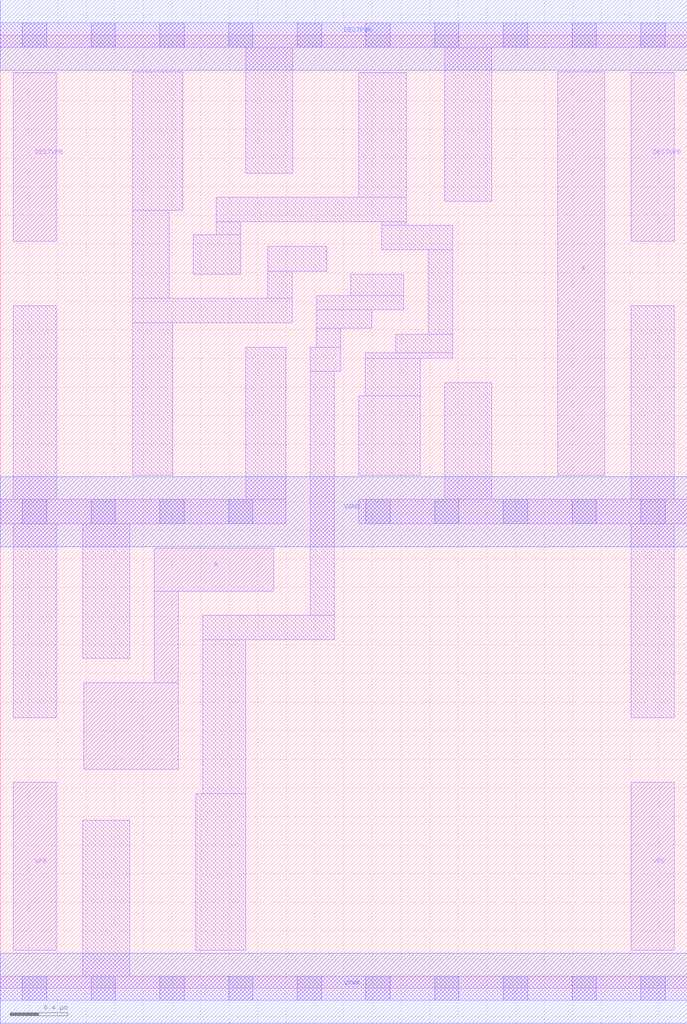
<source format=lef>
# Copyright 2020 The SkyWater PDK Authors
#
# Licensed under the Apache License, Version 2.0 (the "License");
# you may not use this file except in compliance with the License.
# You may obtain a copy of the License at
#
#     https://www.apache.org/licenses/LICENSE-2.0
#
# Unless required by applicable law or agreed to in writing, software
# distributed under the License is distributed on an "AS IS" BASIS,
# WITHOUT WARRANTIES OR CONDITIONS OF ANY KIND, either express or implied.
# See the License for the specific language governing permissions and
# limitations under the License.
#
# SPDX-License-Identifier: Apache-2.0

VERSION 5.5 ;
NAMESCASESENSITIVE ON ;
BUSBITCHARS "[]" ;
DIVIDERCHAR "/" ;
MACRO sky130_fd_sc_lp__lsbuf_lp
  CLASS CORE ;
  SOURCE USER ;
  ORIGIN  0.000000  0.000000 ;
  SIZE  4.800000 BY  6.660000 ;
  SYMMETRY X Y R90 ;
  SITE unit ;
  PIN A
    ANTENNAGATEAREA  0.678000 ;
    DIRECTION INPUT ;
    USE SIGNAL ;
    PORT
      LAYER li1 ;
        RECT 0.585000 1.530000 1.245000 2.135000 ;
        RECT 1.075000 2.135000 1.245000 2.775000 ;
        RECT 1.075000 2.775000 1.910000 3.075000 ;
    END
  END A
  PIN X
    ANTENNADIFFAREA  0.487600 ;
    DIRECTION OUTPUT ;
    USE SIGNAL ;
    PORT
      LAYER li1 ;
        RECT 3.895000 3.585000 4.225000 6.405000 ;
    END
  END X
  PIN DESTPWR
    DIRECTION INOUT ;
    USE POWER ;
    PORT
      LAYER met1 ;
        RECT 0.000000 6.415000 4.800000 6.905000 ;
    END
  END DESTPWR
  PIN DESTVPB
    DIRECTION INOUT ;
    USE POWER ;
    PORT
      LAYER li1 ;
        RECT 0.090000 5.220000 0.390000 6.395000 ;
    END
    PORT
      LAYER li1 ;
        RECT 4.410000 5.220000 4.710000 6.395000 ;
    END
  END DESTVPB
  PIN VGND
    DIRECTION INOUT ;
    USE GROUND ;
    PORT
      LAYER met1 ;
        RECT 0.000000 3.085000 4.800000 3.575000 ;
    END
  END VGND
  PIN VPB
    DIRECTION INOUT ;
    USE POWER ;
    PORT
      LAYER li1 ;
        RECT 0.090000 0.265000 0.390000 1.440000 ;
    END
    PORT
      LAYER li1 ;
        RECT 4.410000 0.265000 4.710000 1.440000 ;
    END
  END VPB
  PIN VPWR
    DIRECTION INOUT ;
    USE POWER ;
    PORT
      LAYER met1 ;
        RECT 0.000000 -0.245000 4.800000 0.245000 ;
    END
  END VPWR
  OBS
    LAYER li1 ;
      RECT 0.000000 -0.085000 4.800000 0.085000 ;
      RECT 0.000000  3.245000 1.995000 3.415000 ;
      RECT 0.000000  6.575000 4.800000 6.745000 ;
      RECT 0.090000  1.890000 0.390000 3.245000 ;
      RECT 0.090000  3.415000 0.390000 4.770000 ;
      RECT 0.575000  0.085000 0.905000 1.175000 ;
      RECT 0.575000  2.305000 0.905000 3.245000 ;
      RECT 0.925000  3.585000 1.205000 4.650000 ;
      RECT 0.925000  4.650000 2.040000 4.820000 ;
      RECT 0.925000  4.820000 1.180000 5.435000 ;
      RECT 0.925000  5.435000 1.275000 6.405000 ;
      RECT 1.350000  4.990000 1.680000 5.265000 ;
      RECT 1.365000  0.265000 1.715000 1.360000 ;
      RECT 1.415000  1.360000 1.715000 2.435000 ;
      RECT 1.415000  2.435000 2.335000 2.605000 ;
      RECT 1.510000  5.265000 1.680000 5.355000 ;
      RECT 1.510000  5.355000 2.835000 5.525000 ;
      RECT 1.715000  3.415000 1.995000 4.480000 ;
      RECT 1.715000  5.695000 2.045000 6.575000 ;
      RECT 1.870000  4.820000 2.040000 5.010000 ;
      RECT 1.870000  5.010000 2.280000 5.185000 ;
      RECT 2.165000  2.605000 2.335000 4.310000 ;
      RECT 2.165000  4.310000 2.380000 4.480000 ;
      RECT 2.210000  4.480000 2.380000 4.610000 ;
      RECT 2.210000  4.610000 2.595000 4.740000 ;
      RECT 2.210000  4.740000 2.820000 4.840000 ;
      RECT 2.450000  4.840000 2.820000 4.990000 ;
      RECT 2.505000  3.245000 4.800000 3.415000 ;
      RECT 2.505000  3.585000 2.935000 4.140000 ;
      RECT 2.505000  5.525000 2.835000 6.395000 ;
      RECT 2.550000  4.140000 2.935000 4.400000 ;
      RECT 2.550000  4.400000 3.160000 4.440000 ;
      RECT 2.665000  5.160000 3.160000 5.330000 ;
      RECT 2.665000  5.330000 2.835000 5.355000 ;
      RECT 2.765000  4.440000 3.160000 4.570000 ;
      RECT 2.990000  4.570000 3.160000 5.160000 ;
      RECT 3.105000  3.415000 3.435000 4.230000 ;
      RECT 3.105000  5.500000 3.435000 6.575000 ;
      RECT 4.410000  1.890000 4.710000 3.245000 ;
      RECT 4.410000  3.415000 4.710000 4.770000 ;
    LAYER mcon ;
      RECT 0.155000 -0.085000 0.325000 0.085000 ;
      RECT 0.155000  3.245000 0.325000 3.415000 ;
      RECT 0.155000  6.575000 0.325000 6.745000 ;
      RECT 0.635000 -0.085000 0.805000 0.085000 ;
      RECT 0.635000  3.245000 0.805000 3.415000 ;
      RECT 0.635000  6.575000 0.805000 6.745000 ;
      RECT 1.115000 -0.085000 1.285000 0.085000 ;
      RECT 1.115000  3.245000 1.285000 3.415000 ;
      RECT 1.115000  6.575000 1.285000 6.745000 ;
      RECT 1.595000 -0.085000 1.765000 0.085000 ;
      RECT 1.595000  3.245000 1.765000 3.415000 ;
      RECT 1.595000  6.575000 1.765000 6.745000 ;
      RECT 2.075000 -0.085000 2.245000 0.085000 ;
      RECT 2.075000  6.575000 2.245000 6.745000 ;
      RECT 2.555000 -0.085000 2.725000 0.085000 ;
      RECT 2.555000  3.245000 2.725000 3.415000 ;
      RECT 2.555000  6.575000 2.725000 6.745000 ;
      RECT 3.035000 -0.085000 3.205000 0.085000 ;
      RECT 3.035000  3.245000 3.205000 3.415000 ;
      RECT 3.035000  6.575000 3.205000 6.745000 ;
      RECT 3.515000 -0.085000 3.685000 0.085000 ;
      RECT 3.515000  3.245000 3.685000 3.415000 ;
      RECT 3.515000  6.575000 3.685000 6.745000 ;
      RECT 3.995000 -0.085000 4.165000 0.085000 ;
      RECT 3.995000  3.245000 4.165000 3.415000 ;
      RECT 3.995000  6.575000 4.165000 6.745000 ;
      RECT 4.475000 -0.085000 4.645000 0.085000 ;
      RECT 4.475000  3.245000 4.645000 3.415000 ;
      RECT 4.475000  6.575000 4.645000 6.745000 ;
  END
END sky130_fd_sc_lp__lsbuf_lp
END LIBRARY

</source>
